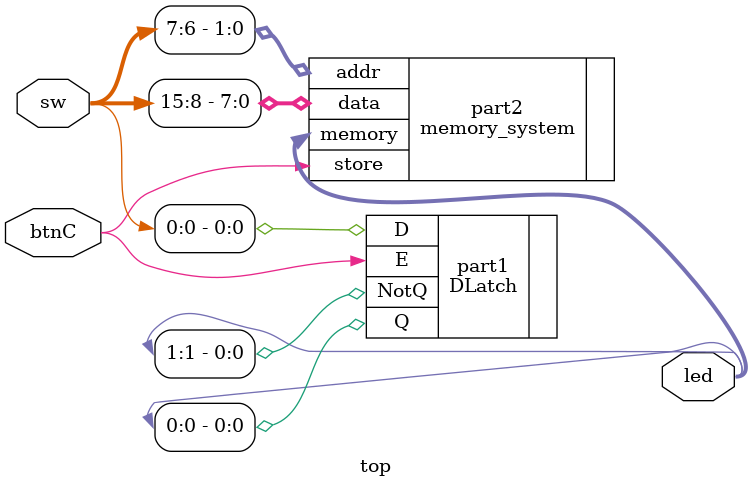
<source format=v>
`timescale 1ns / 1ps


module top(
    input [15:0] sw,
    input btnC,
    output [15:0] led
);
    DLatch part1(
        .D(sw[0]),
        .Q(led[0]),
        .NotQ(led[1]),
        .E(btnC)
    );
    memory_system part2(
        .data(sw[15:8]),
        .addr(sw[7:6]),
        .store(btnC),
        .memory(led)
    );

endmodule
</source>
